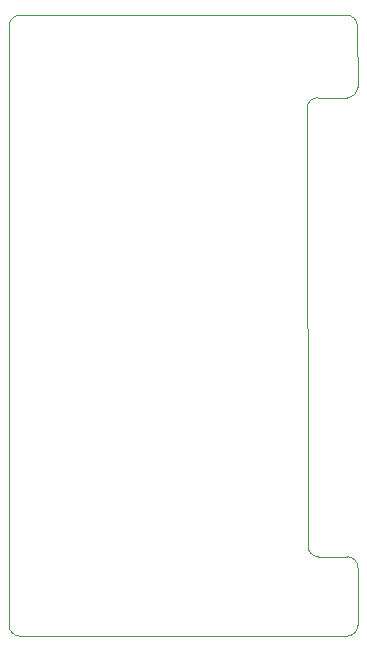
<source format=gm1>
%TF.GenerationSoftware,KiCad,Pcbnew,9.0.5*%
%TF.CreationDate,2025-11-24T13:01:10-08:00*%
%TF.ProjectId,project2_breadboard_power_supply,70726f6a-6563-4743-925f-627265616462,rev?*%
%TF.SameCoordinates,Original*%
%TF.FileFunction,Profile,NP*%
%FSLAX46Y46*%
G04 Gerber Fmt 4.6, Leading zero omitted, Abs format (unit mm)*
G04 Created by KiCad (PCBNEW 9.0.5) date 2025-11-24 13:01:10*
%MOMM*%
%LPD*%
G01*
G04 APERTURE LIST*
%TA.AperFunction,Profile*%
%ADD10C,0.050000*%
%TD*%
G04 APERTURE END LIST*
D10*
X167830500Y-93846618D02*
G75*
G02*
X168719500Y-92957600I889000J18D01*
G01*
X172120000Y-137633000D02*
G75*
G02*
X171196000Y-138557000I-924000J0D01*
G01*
X172091382Y-92075009D02*
G75*
G02*
X171202382Y-92963982I-888982J9D01*
G01*
X167830501Y-93846618D02*
X167894000Y-130937000D01*
X168783000Y-131826000D02*
G75*
G02*
X167894000Y-130937000I0J889000D01*
G01*
X172120000Y-137633000D02*
X172120000Y-132750000D01*
X171202382Y-92963981D02*
X168725157Y-92957618D01*
X142586000Y-137633000D02*
X142586000Y-86903000D01*
X171161000Y-85979000D02*
G75*
G02*
X172085000Y-86903000I0J-924000D01*
G01*
X143510000Y-138557000D02*
G75*
G02*
X142586000Y-137633000I0J924000D01*
G01*
X171196000Y-131826000D02*
G75*
G02*
X172120000Y-132750000I0J-924000D01*
G01*
X171161000Y-85979000D02*
X143510000Y-85979000D01*
X172085000Y-86903000D02*
X172091381Y-92075009D01*
X171196000Y-131826000D02*
X168776618Y-131826000D01*
X142586000Y-86903000D02*
G75*
G02*
X143510000Y-85979000I924000J0D01*
G01*
X171196000Y-138557000D02*
X143510000Y-138557000D01*
M02*

</source>
